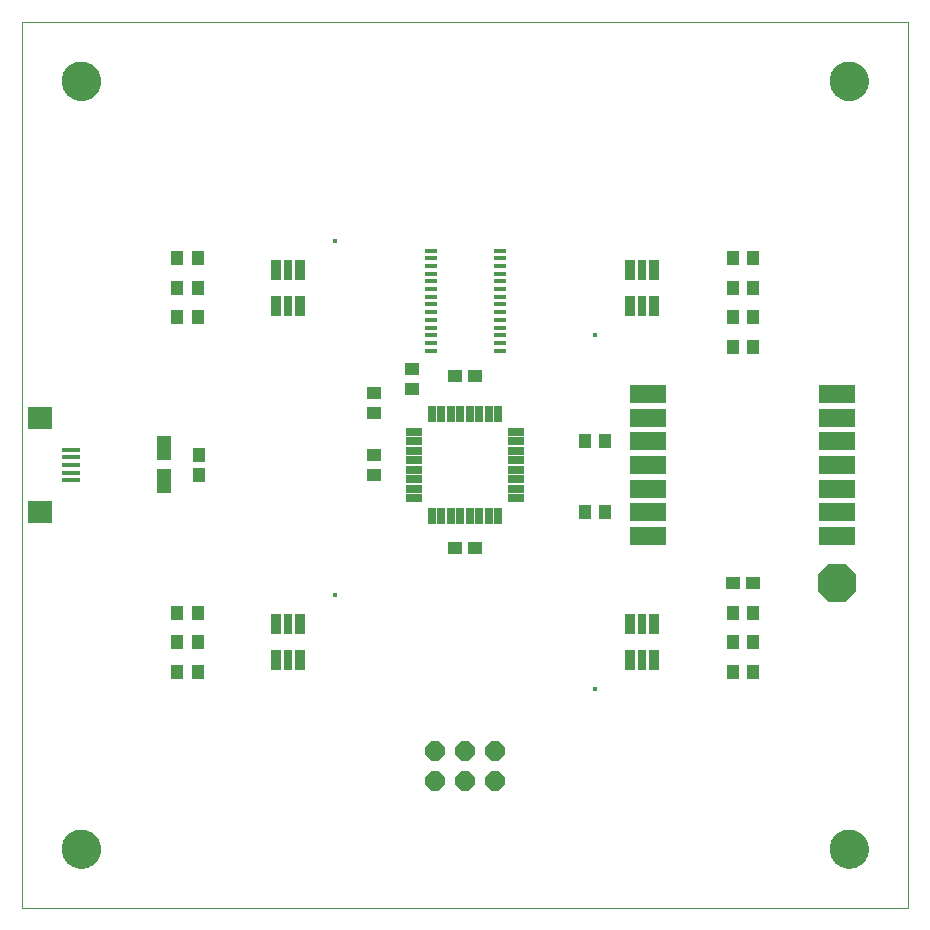
<source format=gts>
G75*
G70*
%OFA0B0*%
%FSLAX24Y24*%
%IPPOS*%
%LPD*%
%AMOC8*
5,1,8,0,0,1.08239X$1,22.5*
%
%ADD10C,0.0000*%
%ADD11C,0.1300*%
%ADD12OC8,0.0640*%
%ADD13R,0.0434X0.0473*%
%ADD14R,0.0260X0.0540*%
%ADD15R,0.0540X0.0260*%
%ADD16R,0.1221X0.0631*%
%ADD17R,0.0473X0.0434*%
%ADD18R,0.0591X0.0178*%
%ADD19R,0.0788X0.0749*%
%ADD20R,0.0512X0.0827*%
%ADD21OC8,0.1290*%
%ADD22R,0.0430X0.0160*%
%ADD23C,0.0159*%
%ADD24R,0.0335X0.0669*%
%ADD25R,0.0276X0.0669*%
D10*
X000637Y000574D02*
X030165Y000574D01*
X030165Y030101D01*
X000637Y030101D01*
X000637Y000574D01*
X001976Y002542D02*
X001978Y002592D01*
X001984Y002642D01*
X001994Y002691D01*
X002008Y002739D01*
X002025Y002786D01*
X002046Y002831D01*
X002071Y002875D01*
X002099Y002916D01*
X002131Y002955D01*
X002165Y002992D01*
X002202Y003026D01*
X002242Y003056D01*
X002284Y003083D01*
X002328Y003107D01*
X002374Y003128D01*
X002421Y003144D01*
X002469Y003157D01*
X002519Y003166D01*
X002568Y003171D01*
X002619Y003172D01*
X002669Y003169D01*
X002718Y003162D01*
X002767Y003151D01*
X002815Y003136D01*
X002861Y003118D01*
X002906Y003096D01*
X002949Y003070D01*
X002990Y003041D01*
X003029Y003009D01*
X003065Y002974D01*
X003097Y002936D01*
X003127Y002896D01*
X003154Y002853D01*
X003177Y002809D01*
X003196Y002763D01*
X003212Y002715D01*
X003224Y002666D01*
X003232Y002617D01*
X003236Y002567D01*
X003236Y002517D01*
X003232Y002467D01*
X003224Y002418D01*
X003212Y002369D01*
X003196Y002321D01*
X003177Y002275D01*
X003154Y002231D01*
X003127Y002188D01*
X003097Y002148D01*
X003065Y002110D01*
X003029Y002075D01*
X002990Y002043D01*
X002949Y002014D01*
X002906Y001988D01*
X002861Y001966D01*
X002815Y001948D01*
X002767Y001933D01*
X002718Y001922D01*
X002669Y001915D01*
X002619Y001912D01*
X002568Y001913D01*
X002519Y001918D01*
X002469Y001927D01*
X002421Y001940D01*
X002374Y001956D01*
X002328Y001977D01*
X002284Y002001D01*
X002242Y002028D01*
X002202Y002058D01*
X002165Y002092D01*
X002131Y002129D01*
X002099Y002168D01*
X002071Y002209D01*
X002046Y002253D01*
X002025Y002298D01*
X002008Y002345D01*
X001994Y002393D01*
X001984Y002442D01*
X001978Y002492D01*
X001976Y002542D01*
X001976Y028133D02*
X001978Y028183D01*
X001984Y028233D01*
X001994Y028282D01*
X002008Y028330D01*
X002025Y028377D01*
X002046Y028422D01*
X002071Y028466D01*
X002099Y028507D01*
X002131Y028546D01*
X002165Y028583D01*
X002202Y028617D01*
X002242Y028647D01*
X002284Y028674D01*
X002328Y028698D01*
X002374Y028719D01*
X002421Y028735D01*
X002469Y028748D01*
X002519Y028757D01*
X002568Y028762D01*
X002619Y028763D01*
X002669Y028760D01*
X002718Y028753D01*
X002767Y028742D01*
X002815Y028727D01*
X002861Y028709D01*
X002906Y028687D01*
X002949Y028661D01*
X002990Y028632D01*
X003029Y028600D01*
X003065Y028565D01*
X003097Y028527D01*
X003127Y028487D01*
X003154Y028444D01*
X003177Y028400D01*
X003196Y028354D01*
X003212Y028306D01*
X003224Y028257D01*
X003232Y028208D01*
X003236Y028158D01*
X003236Y028108D01*
X003232Y028058D01*
X003224Y028009D01*
X003212Y027960D01*
X003196Y027912D01*
X003177Y027866D01*
X003154Y027822D01*
X003127Y027779D01*
X003097Y027739D01*
X003065Y027701D01*
X003029Y027666D01*
X002990Y027634D01*
X002949Y027605D01*
X002906Y027579D01*
X002861Y027557D01*
X002815Y027539D01*
X002767Y027524D01*
X002718Y027513D01*
X002669Y027506D01*
X002619Y027503D01*
X002568Y027504D01*
X002519Y027509D01*
X002469Y027518D01*
X002421Y027531D01*
X002374Y027547D01*
X002328Y027568D01*
X002284Y027592D01*
X002242Y027619D01*
X002202Y027649D01*
X002165Y027683D01*
X002131Y027720D01*
X002099Y027759D01*
X002071Y027800D01*
X002046Y027844D01*
X002025Y027889D01*
X002008Y027936D01*
X001994Y027984D01*
X001984Y028033D01*
X001978Y028083D01*
X001976Y028133D01*
X027566Y028133D02*
X027568Y028183D01*
X027574Y028233D01*
X027584Y028282D01*
X027598Y028330D01*
X027615Y028377D01*
X027636Y028422D01*
X027661Y028466D01*
X027689Y028507D01*
X027721Y028546D01*
X027755Y028583D01*
X027792Y028617D01*
X027832Y028647D01*
X027874Y028674D01*
X027918Y028698D01*
X027964Y028719D01*
X028011Y028735D01*
X028059Y028748D01*
X028109Y028757D01*
X028158Y028762D01*
X028209Y028763D01*
X028259Y028760D01*
X028308Y028753D01*
X028357Y028742D01*
X028405Y028727D01*
X028451Y028709D01*
X028496Y028687D01*
X028539Y028661D01*
X028580Y028632D01*
X028619Y028600D01*
X028655Y028565D01*
X028687Y028527D01*
X028717Y028487D01*
X028744Y028444D01*
X028767Y028400D01*
X028786Y028354D01*
X028802Y028306D01*
X028814Y028257D01*
X028822Y028208D01*
X028826Y028158D01*
X028826Y028108D01*
X028822Y028058D01*
X028814Y028009D01*
X028802Y027960D01*
X028786Y027912D01*
X028767Y027866D01*
X028744Y027822D01*
X028717Y027779D01*
X028687Y027739D01*
X028655Y027701D01*
X028619Y027666D01*
X028580Y027634D01*
X028539Y027605D01*
X028496Y027579D01*
X028451Y027557D01*
X028405Y027539D01*
X028357Y027524D01*
X028308Y027513D01*
X028259Y027506D01*
X028209Y027503D01*
X028158Y027504D01*
X028109Y027509D01*
X028059Y027518D01*
X028011Y027531D01*
X027964Y027547D01*
X027918Y027568D01*
X027874Y027592D01*
X027832Y027619D01*
X027792Y027649D01*
X027755Y027683D01*
X027721Y027720D01*
X027689Y027759D01*
X027661Y027800D01*
X027636Y027844D01*
X027615Y027889D01*
X027598Y027936D01*
X027584Y027984D01*
X027574Y028033D01*
X027568Y028083D01*
X027566Y028133D01*
X027566Y002542D02*
X027568Y002592D01*
X027574Y002642D01*
X027584Y002691D01*
X027598Y002739D01*
X027615Y002786D01*
X027636Y002831D01*
X027661Y002875D01*
X027689Y002916D01*
X027721Y002955D01*
X027755Y002992D01*
X027792Y003026D01*
X027832Y003056D01*
X027874Y003083D01*
X027918Y003107D01*
X027964Y003128D01*
X028011Y003144D01*
X028059Y003157D01*
X028109Y003166D01*
X028158Y003171D01*
X028209Y003172D01*
X028259Y003169D01*
X028308Y003162D01*
X028357Y003151D01*
X028405Y003136D01*
X028451Y003118D01*
X028496Y003096D01*
X028539Y003070D01*
X028580Y003041D01*
X028619Y003009D01*
X028655Y002974D01*
X028687Y002936D01*
X028717Y002896D01*
X028744Y002853D01*
X028767Y002809D01*
X028786Y002763D01*
X028802Y002715D01*
X028814Y002666D01*
X028822Y002617D01*
X028826Y002567D01*
X028826Y002517D01*
X028822Y002467D01*
X028814Y002418D01*
X028802Y002369D01*
X028786Y002321D01*
X028767Y002275D01*
X028744Y002231D01*
X028717Y002188D01*
X028687Y002148D01*
X028655Y002110D01*
X028619Y002075D01*
X028580Y002043D01*
X028539Y002014D01*
X028496Y001988D01*
X028451Y001966D01*
X028405Y001948D01*
X028357Y001933D01*
X028308Y001922D01*
X028259Y001915D01*
X028209Y001912D01*
X028158Y001913D01*
X028109Y001918D01*
X028059Y001927D01*
X028011Y001940D01*
X027964Y001956D01*
X027918Y001977D01*
X027874Y002001D01*
X027832Y002028D01*
X027792Y002058D01*
X027755Y002092D01*
X027721Y002129D01*
X027689Y002168D01*
X027661Y002209D01*
X027636Y002253D01*
X027615Y002298D01*
X027598Y002345D01*
X027584Y002393D01*
X027574Y002442D01*
X027568Y002492D01*
X027566Y002542D01*
D11*
X028196Y002542D03*
X002606Y002542D03*
X002606Y028133D03*
X028196Y028133D03*
D12*
X016401Y005798D03*
X016401Y004798D03*
X015401Y004798D03*
X015401Y005798D03*
X014401Y005798D03*
X014401Y004798D03*
D13*
X006483Y008448D03*
X005814Y008448D03*
X005814Y009432D03*
X006483Y009432D03*
X006483Y010416D03*
X005814Y010416D03*
X006543Y015003D03*
X006543Y015672D03*
X006483Y020259D03*
X005814Y020259D03*
X005814Y021243D03*
X006483Y021243D03*
X006483Y022227D03*
X005814Y022227D03*
X019397Y016125D03*
X020066Y016125D03*
X020066Y013763D03*
X019397Y013763D03*
X024318Y010416D03*
X024987Y010416D03*
X024987Y009432D03*
X024318Y009432D03*
X024318Y008448D03*
X024987Y008448D03*
X024987Y019274D03*
X024318Y019274D03*
X024318Y020259D03*
X024987Y020259D03*
X024987Y021243D03*
X024318Y021243D03*
X024318Y022227D03*
X024987Y022227D03*
D14*
X016503Y017027D03*
X016188Y017027D03*
X015873Y017027D03*
X015558Y017027D03*
X015243Y017027D03*
X014928Y017027D03*
X014613Y017027D03*
X014298Y017027D03*
X014298Y013647D03*
X014613Y013647D03*
X014928Y013647D03*
X015243Y013647D03*
X015558Y013647D03*
X015873Y013647D03*
X016188Y013647D03*
X016503Y013647D03*
D15*
X017091Y014235D03*
X017091Y014550D03*
X017091Y014865D03*
X017091Y015180D03*
X017091Y015495D03*
X017091Y015810D03*
X017091Y016125D03*
X017091Y016440D03*
X013711Y016440D03*
X013711Y016125D03*
X013711Y015810D03*
X013711Y015495D03*
X013711Y015180D03*
X013711Y014865D03*
X013711Y014550D03*
X013711Y014235D03*
D16*
X021503Y014550D03*
X021503Y013763D03*
X021503Y012975D03*
X021503Y015337D03*
X021503Y016125D03*
X021503Y016912D03*
X021503Y017700D03*
X027802Y017700D03*
X027802Y016912D03*
X027802Y016125D03*
X027802Y015337D03*
X027802Y014550D03*
X027802Y013763D03*
X027802Y012975D03*
D17*
X024987Y011400D03*
X024318Y011400D03*
X015735Y012582D03*
X015066Y012582D03*
X012350Y015003D03*
X012350Y015672D03*
X012350Y017070D03*
X012350Y017739D03*
X013629Y017857D03*
X013629Y018526D03*
X015066Y018290D03*
X015735Y018290D03*
D18*
X002271Y015849D03*
X002271Y015593D03*
X002271Y015337D03*
X002271Y015082D03*
X002271Y014826D03*
D19*
X001228Y013763D03*
X001228Y016912D03*
D20*
X005361Y015889D03*
X005361Y014786D03*
D21*
X027802Y011400D03*
D22*
X016550Y019150D03*
X016550Y019406D03*
X016550Y019662D03*
X016550Y019918D03*
X016550Y020174D03*
X016550Y020430D03*
X016550Y020686D03*
X016550Y020942D03*
X016550Y021198D03*
X016550Y021454D03*
X016550Y021710D03*
X016550Y021965D03*
X016550Y022221D03*
X016550Y022477D03*
X014252Y022477D03*
X014252Y022221D03*
X014252Y021965D03*
X014252Y021710D03*
X014252Y021454D03*
X014252Y021198D03*
X014252Y020942D03*
X014252Y020686D03*
X014252Y020430D03*
X014252Y020174D03*
X014252Y019918D03*
X014252Y019662D03*
X014252Y019406D03*
X014252Y019150D03*
D23*
X011070Y022818D03*
X019731Y019668D03*
X011070Y011007D03*
X019731Y007857D03*
D24*
X020903Y008841D03*
X021710Y008841D03*
X021710Y010023D03*
X020903Y010032D03*
X020903Y020652D03*
X021710Y020652D03*
X021710Y021834D03*
X020903Y021843D03*
X009899Y021834D03*
X009092Y021834D03*
X009092Y020652D03*
X009899Y020643D03*
X009899Y010023D03*
X009092Y010023D03*
X009092Y008841D03*
X009899Y008832D03*
D25*
X009495Y008841D03*
X009495Y010023D03*
X009495Y020652D03*
X009495Y021834D03*
X021306Y021834D03*
X021306Y020652D03*
X021306Y010023D03*
X021306Y008841D03*
M02*

</source>
